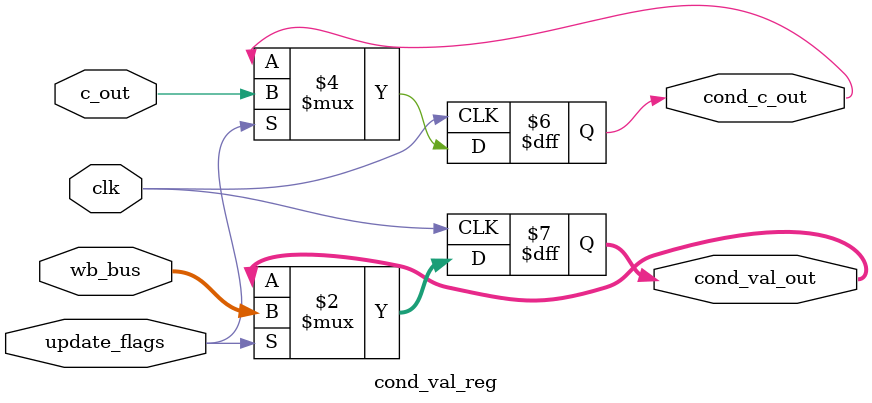
<source format=sv>
module cond_val_reg (
    input logic clk, update_flags, c_out,
    input logic [15:0] wb_bus,
    output logic cond_c_out,
    output logic [15:0] cond_val_out
);
    always @(negedge clk) begin
        if (update_flags) begin
            cond_val_out <= wb_bus;
            cond_c_out <= c_out;
        end
    end
endmodule

</source>
